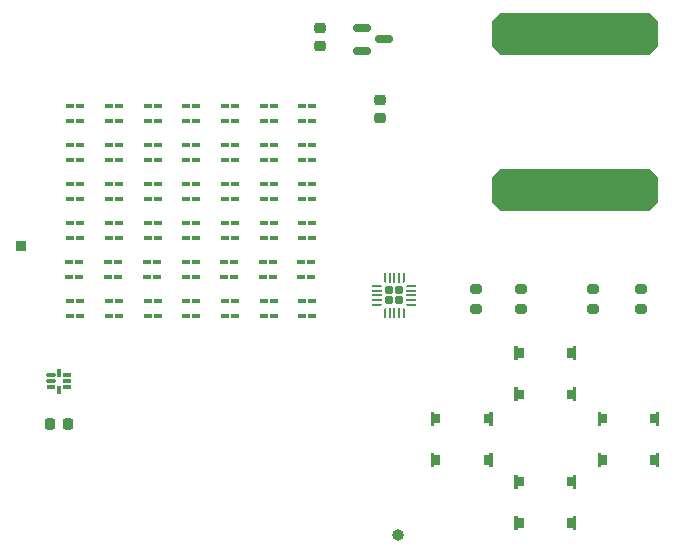
<source format=gbr>
%TF.GenerationSoftware,KiCad,Pcbnew,7.0.10*%
%TF.CreationDate,2024-03-13T20:43:01-04:00*%
%TF.ProjectId,Business Card,42757369-6e65-4737-9320-436172642e6b,rev?*%
%TF.SameCoordinates,Original*%
%TF.FileFunction,Paste,Top*%
%TF.FilePolarity,Positive*%
%FSLAX46Y46*%
G04 Gerber Fmt 4.6, Leading zero omitted, Abs format (unit mm)*
G04 Created by KiCad (PCBNEW 7.0.10) date 2024-03-13 20:43:01*
%MOMM*%
%LPD*%
G01*
G04 APERTURE LIST*
G04 Aperture macros list*
%AMRoundRect*
0 Rectangle with rounded corners*
0 $1 Rounding radius*
0 $2 $3 $4 $5 $6 $7 $8 $9 X,Y pos of 4 corners*
0 Add a 4 corners polygon primitive as box body*
4,1,4,$2,$3,$4,$5,$6,$7,$8,$9,$2,$3,0*
0 Add four circle primitives for the rounded corners*
1,1,$1+$1,$2,$3*
1,1,$1+$1,$4,$5*
1,1,$1+$1,$6,$7*
1,1,$1+$1,$8,$9*
0 Add four rect primitives between the rounded corners*
20,1,$1+$1,$2,$3,$4,$5,0*
20,1,$1+$1,$4,$5,$6,$7,0*
20,1,$1+$1,$6,$7,$8,$9,0*
20,1,$1+$1,$8,$9,$2,$3,0*%
%AMOutline5P*
0 Free polygon, 5 corners , with rotation*
0 The origin of the aperture is its center*
0 number of corners: always 5*
0 $1 to $10 corner X, Y*
0 $11 Rotation angle, in degrees counterclockwise*
0 create outline with 5 corners*
4,1,5,$1,$2,$3,$4,$5,$6,$7,$8,$9,$10,$1,$2,$11*%
%AMOutline6P*
0 Free polygon, 6 corners , with rotation*
0 The origin of the aperture is its center*
0 number of corners: always 6*
0 $1 to $12 corner X, Y*
0 $13 Rotation angle, in degrees counterclockwise*
0 create outline with 6 corners*
4,1,6,$1,$2,$3,$4,$5,$6,$7,$8,$9,$10,$11,$12,$1,$2,$13*%
%AMOutline7P*
0 Free polygon, 7 corners , with rotation*
0 The origin of the aperture is its center*
0 number of corners: always 7*
0 $1 to $14 corner X, Y*
0 $15 Rotation angle, in degrees counterclockwise*
0 create outline with 7 corners*
4,1,7,$1,$2,$3,$4,$5,$6,$7,$8,$9,$10,$11,$12,$13,$14,$1,$2,$15*%
%AMOutline8P*
0 Free polygon, 8 corners , with rotation*
0 The origin of the aperture is its center*
0 number of corners: always 8*
0 $1 to $16 corner X, Y*
0 $17 Rotation angle, in degrees counterclockwise*
0 create outline with 8 corners*
4,1,8,$1,$2,$3,$4,$5,$6,$7,$8,$9,$10,$11,$12,$13,$14,$15,$16,$1,$2,$17*%
%AMFreePoly0*
4,1,14,0.334644,0.085355,0.385355,0.034644,0.400000,-0.000711,0.400000,-0.050000,0.385355,-0.085355,0.350000,-0.100000,-0.350000,-0.100000,-0.385355,-0.085355,-0.400000,-0.050000,-0.400000,0.050000,-0.385355,0.085355,-0.350000,0.100000,0.299289,0.100000,0.334644,0.085355,0.334644,0.085355,$1*%
%AMFreePoly1*
4,1,14,0.385355,0.085355,0.400000,0.050000,0.400000,0.000711,0.385355,-0.034644,0.334644,-0.085355,0.299289,-0.100000,-0.350000,-0.100000,-0.385355,-0.085355,-0.400000,-0.050000,-0.400000,0.050000,-0.385355,0.085355,-0.350000,0.100000,0.350000,0.100000,0.385355,0.085355,0.385355,0.085355,$1*%
%AMFreePoly2*
4,1,14,0.085355,0.385355,0.100000,0.350000,0.100000,-0.350000,0.085355,-0.385355,0.050000,-0.400000,-0.050000,-0.400000,-0.085355,-0.385355,-0.100000,-0.350000,-0.100000,0.299289,-0.085355,0.334644,-0.034644,0.385355,0.000711,0.400000,0.050000,0.400000,0.085355,0.385355,0.085355,0.385355,$1*%
%AMFreePoly3*
4,1,14,0.034644,0.385355,0.085355,0.334644,0.100000,0.299289,0.100000,-0.350000,0.085355,-0.385355,0.050000,-0.400000,-0.050000,-0.400000,-0.085355,-0.385355,-0.100000,-0.350000,-0.100000,0.350000,-0.085355,0.385355,-0.050000,0.400000,-0.000711,0.400000,0.034644,0.385355,0.034644,0.385355,$1*%
%AMFreePoly4*
4,1,14,0.385355,0.085355,0.400000,0.050000,0.400000,-0.050000,0.385355,-0.085355,0.350000,-0.100000,-0.299289,-0.100000,-0.334644,-0.085355,-0.385355,-0.034644,-0.400000,0.000711,-0.400000,0.050000,-0.385355,0.085355,-0.350000,0.100000,0.350000,0.100000,0.385355,0.085355,0.385355,0.085355,$1*%
%AMFreePoly5*
4,1,14,0.385355,0.085355,0.400000,0.050000,0.400000,-0.050000,0.385355,-0.085355,0.350000,-0.100000,-0.350000,-0.100000,-0.385355,-0.085355,-0.400000,-0.050000,-0.400000,-0.000711,-0.385355,0.034644,-0.334644,0.085355,-0.299289,0.100000,0.350000,0.100000,0.385355,0.085355,0.385355,0.085355,$1*%
%AMFreePoly6*
4,1,14,0.085355,0.385355,0.100000,0.350000,0.100000,-0.299289,0.085355,-0.334644,0.034644,-0.385355,-0.000711,-0.400000,-0.050000,-0.400000,-0.085355,-0.385355,-0.100000,-0.350000,-0.100000,0.350000,-0.085355,0.385355,-0.050000,0.400000,0.050000,0.400000,0.085355,0.385355,0.085355,0.385355,$1*%
%AMFreePoly7*
4,1,14,0.085355,0.385355,0.100000,0.350000,0.100000,-0.350000,0.085355,-0.385355,0.050000,-0.400000,0.000711,-0.400000,-0.034644,-0.385355,-0.085355,-0.334644,-0.100000,-0.299289,-0.100000,0.350000,-0.085355,0.385355,-0.050000,0.400000,0.050000,0.400000,0.085355,0.385355,0.085355,0.385355,$1*%
G04 Aperture macros list end*
%ADD10C,0.010000*%
%ADD11RoundRect,0.013200X-0.341800X-0.096800X0.341800X-0.096800X0.341800X0.096800X-0.341800X0.096800X0*%
%ADD12RoundRect,0.013200X-0.336800X-0.096800X0.336800X-0.096800X0.336800X0.096800X-0.336800X0.096800X0*%
%ADD13RoundRect,0.013200X0.096800X-0.336800X0.096800X0.336800X-0.096800X0.336800X-0.096800X-0.336800X0*%
%ADD14RoundRect,0.013200X0.336800X0.096800X-0.336800X0.096800X-0.336800X-0.096800X0.336800X-0.096800X0*%
%ADD15RoundRect,0.013200X-0.096800X0.336800X-0.096800X-0.336800X0.096800X-0.336800X0.096800X0.336800X0*%
%ADD16R,0.650000X0.450000*%
%ADD17RoundRect,0.200000X0.275000X-0.200000X0.275000X0.200000X-0.275000X0.200000X-0.275000X-0.200000X0*%
%ADD18RoundRect,0.225000X0.250000X-0.225000X0.250000X0.225000X-0.250000X0.225000X-0.250000X-0.225000X0*%
%ADD19RoundRect,0.172500X0.172500X0.172500X-0.172500X0.172500X-0.172500X-0.172500X0.172500X-0.172500X0*%
%ADD20FreePoly0,180.000000*%
%ADD21RoundRect,0.050000X0.350000X0.050000X-0.350000X0.050000X-0.350000X-0.050000X0.350000X-0.050000X0*%
%ADD22FreePoly1,180.000000*%
%ADD23FreePoly2,180.000000*%
%ADD24RoundRect,0.050000X0.050000X0.350000X-0.050000X0.350000X-0.050000X-0.350000X0.050000X-0.350000X0*%
%ADD25FreePoly3,180.000000*%
%ADD26FreePoly4,180.000000*%
%ADD27FreePoly5,180.000000*%
%ADD28FreePoly6,180.000000*%
%ADD29FreePoly7,180.000000*%
%ADD30RoundRect,0.150000X-0.587500X-0.150000X0.587500X-0.150000X0.587500X0.150000X-0.587500X0.150000X0*%
%ADD31O,1.000000X1.000000*%
%ADD32RoundRect,0.225000X0.225000X0.250000X-0.225000X0.250000X-0.225000X-0.250000X0.225000X-0.250000X0*%
%ADD33Outline8P,-7.000000X1.050000X-6.300000X1.750000X6.300000X1.750000X7.000000X1.050000X7.000000X-1.050000X6.300000X-1.750000X-6.300000X-1.750000X-7.000000X-1.050000X0.000000*%
%ADD34RoundRect,0.225000X-0.250000X0.225000X-0.250000X-0.225000X0.250000X-0.225000X0.250000X0.225000X0*%
%ADD35R,0.808000X0.808000*%
G04 APERTURE END LIST*
%TO.C,S3*%
D10*
X158209000Y-110140000D02*
X158709000Y-110140000D01*
X158709000Y-110840000D01*
X158209000Y-110840000D01*
X158209000Y-111040000D01*
X158009000Y-111040000D01*
X158009000Y-109940000D01*
X158209000Y-109940000D01*
X158209000Y-110140000D01*
G36*
X158209000Y-110140000D02*
G01*
X158709000Y-110140000D01*
X158709000Y-110840000D01*
X158209000Y-110840000D01*
X158209000Y-111040000D01*
X158009000Y-111040000D01*
X158009000Y-109940000D01*
X158209000Y-109940000D01*
X158209000Y-110140000D01*
G37*
X158209000Y-113640000D02*
X158709000Y-113640000D01*
X158709000Y-114340000D01*
X158209000Y-114340000D01*
X158209000Y-114540000D01*
X158009000Y-114540000D01*
X158009000Y-113440000D01*
X158209000Y-113440000D01*
X158209000Y-113640000D01*
G36*
X158209000Y-113640000D02*
G01*
X158709000Y-113640000D01*
X158709000Y-114340000D01*
X158209000Y-114340000D01*
X158209000Y-114540000D01*
X158009000Y-114540000D01*
X158009000Y-113440000D01*
X158209000Y-113440000D01*
X158209000Y-113640000D01*
G37*
X163159000Y-111040000D02*
X162959000Y-111040000D01*
X162959000Y-110840000D01*
X162459000Y-110840000D01*
X162459000Y-110140000D01*
X162959000Y-110140000D01*
X162959000Y-109940000D01*
X163159000Y-109940000D01*
X163159000Y-111040000D01*
G36*
X163159000Y-111040000D02*
G01*
X162959000Y-111040000D01*
X162959000Y-110840000D01*
X162459000Y-110840000D01*
X162459000Y-110140000D01*
X162959000Y-110140000D01*
X162959000Y-109940000D01*
X163159000Y-109940000D01*
X163159000Y-111040000D01*
G37*
X163159000Y-114540000D02*
X162959000Y-114540000D01*
X162959000Y-114340000D01*
X162459000Y-114340000D01*
X162459000Y-113640000D01*
X162959000Y-113640000D01*
X162959000Y-113440000D01*
X163159000Y-113440000D01*
X163159000Y-114540000D01*
G36*
X163159000Y-114540000D02*
G01*
X162959000Y-114540000D01*
X162959000Y-114340000D01*
X162459000Y-114340000D01*
X162459000Y-113640000D01*
X162959000Y-113640000D01*
X162959000Y-113440000D01*
X163159000Y-113440000D01*
X163159000Y-114540000D01*
G37*
%TO.C,S2*%
X172321000Y-110140000D02*
X172821000Y-110140000D01*
X172821000Y-110840000D01*
X172321000Y-110840000D01*
X172321000Y-111040000D01*
X172121000Y-111040000D01*
X172121000Y-109940000D01*
X172321000Y-109940000D01*
X172321000Y-110140000D01*
G36*
X172321000Y-110140000D02*
G01*
X172821000Y-110140000D01*
X172821000Y-110840000D01*
X172321000Y-110840000D01*
X172321000Y-111040000D01*
X172121000Y-111040000D01*
X172121000Y-109940000D01*
X172321000Y-109940000D01*
X172321000Y-110140000D01*
G37*
X172321000Y-113640000D02*
X172821000Y-113640000D01*
X172821000Y-114340000D01*
X172321000Y-114340000D01*
X172321000Y-114540000D01*
X172121000Y-114540000D01*
X172121000Y-113440000D01*
X172321000Y-113440000D01*
X172321000Y-113640000D01*
G36*
X172321000Y-113640000D02*
G01*
X172821000Y-113640000D01*
X172821000Y-114340000D01*
X172321000Y-114340000D01*
X172321000Y-114540000D01*
X172121000Y-114540000D01*
X172121000Y-113440000D01*
X172321000Y-113440000D01*
X172321000Y-113640000D01*
G37*
X177271000Y-111040000D02*
X177071000Y-111040000D01*
X177071000Y-110840000D01*
X176571000Y-110840000D01*
X176571000Y-110140000D01*
X177071000Y-110140000D01*
X177071000Y-109940000D01*
X177271000Y-109940000D01*
X177271000Y-111040000D01*
G36*
X177271000Y-111040000D02*
G01*
X177071000Y-111040000D01*
X177071000Y-110840000D01*
X176571000Y-110840000D01*
X176571000Y-110140000D01*
X177071000Y-110140000D01*
X177071000Y-109940000D01*
X177271000Y-109940000D01*
X177271000Y-111040000D01*
G37*
X177271000Y-114540000D02*
X177071000Y-114540000D01*
X177071000Y-114340000D01*
X176571000Y-114340000D01*
X176571000Y-113640000D01*
X177071000Y-113640000D01*
X177071000Y-113440000D01*
X177271000Y-113440000D01*
X177271000Y-114540000D01*
G36*
X177271000Y-114540000D02*
G01*
X177071000Y-114540000D01*
X177071000Y-114340000D01*
X176571000Y-114340000D01*
X176571000Y-113640000D01*
X177071000Y-113640000D01*
X177071000Y-113440000D01*
X177271000Y-113440000D01*
X177271000Y-114540000D01*
G37*
%TO.C,S4*%
X165265000Y-115474000D02*
X165765000Y-115474000D01*
X165765000Y-116174000D01*
X165265000Y-116174000D01*
X165265000Y-116374000D01*
X165065000Y-116374000D01*
X165065000Y-115274000D01*
X165265000Y-115274000D01*
X165265000Y-115474000D01*
G36*
X165265000Y-115474000D02*
G01*
X165765000Y-115474000D01*
X165765000Y-116174000D01*
X165265000Y-116174000D01*
X165265000Y-116374000D01*
X165065000Y-116374000D01*
X165065000Y-115274000D01*
X165265000Y-115274000D01*
X165265000Y-115474000D01*
G37*
X165265000Y-118974000D02*
X165765000Y-118974000D01*
X165765000Y-119674000D01*
X165265000Y-119674000D01*
X165265000Y-119874000D01*
X165065000Y-119874000D01*
X165065000Y-118774000D01*
X165265000Y-118774000D01*
X165265000Y-118974000D01*
G36*
X165265000Y-118974000D02*
G01*
X165765000Y-118974000D01*
X165765000Y-119674000D01*
X165265000Y-119674000D01*
X165265000Y-119874000D01*
X165065000Y-119874000D01*
X165065000Y-118774000D01*
X165265000Y-118774000D01*
X165265000Y-118974000D01*
G37*
X170215000Y-116374000D02*
X170015000Y-116374000D01*
X170015000Y-116174000D01*
X169515000Y-116174000D01*
X169515000Y-115474000D01*
X170015000Y-115474000D01*
X170015000Y-115274000D01*
X170215000Y-115274000D01*
X170215000Y-116374000D01*
G36*
X170215000Y-116374000D02*
G01*
X170015000Y-116374000D01*
X170015000Y-116174000D01*
X169515000Y-116174000D01*
X169515000Y-115474000D01*
X170015000Y-115474000D01*
X170015000Y-115274000D01*
X170215000Y-115274000D01*
X170215000Y-116374000D01*
G37*
X170215000Y-119874000D02*
X170015000Y-119874000D01*
X170015000Y-119674000D01*
X169515000Y-119674000D01*
X169515000Y-118974000D01*
X170015000Y-118974000D01*
X170015000Y-118774000D01*
X170215000Y-118774000D01*
X170215000Y-119874000D01*
G36*
X170215000Y-119874000D02*
G01*
X170015000Y-119874000D01*
X170015000Y-119674000D01*
X169515000Y-119674000D01*
X169515000Y-118974000D01*
X170015000Y-118974000D01*
X170015000Y-118774000D01*
X170215000Y-118774000D01*
X170215000Y-119874000D01*
G37*
%TO.C,S1*%
X165265000Y-104580000D02*
X165765000Y-104580000D01*
X165765000Y-105280000D01*
X165265000Y-105280000D01*
X165265000Y-105480000D01*
X165065000Y-105480000D01*
X165065000Y-104380000D01*
X165265000Y-104380000D01*
X165265000Y-104580000D01*
G36*
X165265000Y-104580000D02*
G01*
X165765000Y-104580000D01*
X165765000Y-105280000D01*
X165265000Y-105280000D01*
X165265000Y-105480000D01*
X165065000Y-105480000D01*
X165065000Y-104380000D01*
X165265000Y-104380000D01*
X165265000Y-104580000D01*
G37*
X165265000Y-108080000D02*
X165765000Y-108080000D01*
X165765000Y-108780000D01*
X165265000Y-108780000D01*
X165265000Y-108980000D01*
X165065000Y-108980000D01*
X165065000Y-107880000D01*
X165265000Y-107880000D01*
X165265000Y-108080000D01*
G36*
X165265000Y-108080000D02*
G01*
X165765000Y-108080000D01*
X165765000Y-108780000D01*
X165265000Y-108780000D01*
X165265000Y-108980000D01*
X165065000Y-108980000D01*
X165065000Y-107880000D01*
X165265000Y-107880000D01*
X165265000Y-108080000D01*
G37*
X170215000Y-105480000D02*
X170015000Y-105480000D01*
X170015000Y-105280000D01*
X169515000Y-105280000D01*
X169515000Y-104580000D01*
X170015000Y-104580000D01*
X170015000Y-104380000D01*
X170215000Y-104380000D01*
X170215000Y-105480000D01*
G36*
X170215000Y-105480000D02*
G01*
X170015000Y-105480000D01*
X170015000Y-105280000D01*
X169515000Y-105280000D01*
X169515000Y-104580000D01*
X170015000Y-104580000D01*
X170015000Y-104380000D01*
X170215000Y-104380000D01*
X170215000Y-105480000D01*
G37*
X170215000Y-108980000D02*
X170015000Y-108980000D01*
X170015000Y-108780000D01*
X169515000Y-108780000D01*
X169515000Y-108080000D01*
X170015000Y-108080000D01*
X170015000Y-107880000D01*
X170215000Y-107880000D01*
X170215000Y-108980000D01*
G36*
X170215000Y-108980000D02*
G01*
X170015000Y-108980000D01*
X170015000Y-108780000D01*
X169515000Y-108780000D01*
X169515000Y-108080000D01*
X170015000Y-108080000D01*
X170015000Y-107880000D01*
X170215000Y-107880000D01*
X170215000Y-108980000D01*
G37*
%TD*%
D11*
%TO.C,U2*%
X125805000Y-106875000D03*
X125805000Y-107375000D03*
D12*
X125805000Y-107875000D03*
D13*
X126500000Y-108070000D03*
D14*
X127195000Y-107875000D03*
X127195000Y-107375000D03*
X127195000Y-106875000D03*
D15*
X126500000Y-106680000D03*
%TD*%
D16*
%TO.C,D18*%
X138156000Y-90678000D03*
X138156000Y-91928000D03*
X137306000Y-90678000D03*
X137306000Y-91928000D03*
%TD*%
%TO.C,D37*%
X144718000Y-100584000D03*
X144718000Y-101834000D03*
X143868000Y-100584000D03*
X143868000Y-101834000D03*
%TD*%
%TO.C,D25*%
X138156000Y-93980000D03*
X138156000Y-95230000D03*
X137306000Y-93980000D03*
X137306000Y-95230000D03*
%TD*%
%TO.C,D34*%
X131536000Y-97282000D03*
X131536000Y-98532000D03*
X130686000Y-97282000D03*
X130686000Y-98532000D03*
%TD*%
D17*
%TO.C,R4*%
X171704000Y-101218000D03*
X171704000Y-99568000D03*
%TD*%
D16*
%TO.C,D42*%
X128270000Y-100556000D03*
X128270000Y-101806000D03*
X127420000Y-100556000D03*
X127420000Y-101806000D03*
%TD*%
%TO.C,D22*%
X147916000Y-93980000D03*
X147916000Y-95230000D03*
X147066000Y-93980000D03*
X147066000Y-95230000D03*
%TD*%
%TO.C,D8*%
X147916000Y-87376000D03*
X147916000Y-88626000D03*
X147066000Y-87376000D03*
X147066000Y-88626000D03*
%TD*%
%TO.C,D19*%
X134874000Y-90678000D03*
X134874000Y-91928000D03*
X134024000Y-90678000D03*
X134024000Y-91928000D03*
%TD*%
%TO.C,D13*%
X131578000Y-87376000D03*
X131578000Y-88626000D03*
X130728000Y-87376000D03*
X130728000Y-88626000D03*
%TD*%
D18*
%TO.C,C2*%
X153670000Y-85116000D03*
X153670000Y-83566000D03*
%TD*%
D16*
%TO.C,D33*%
X134832000Y-97282000D03*
X134832000Y-98532000D03*
X133982000Y-97282000D03*
X133982000Y-98532000D03*
%TD*%
%TO.C,D41*%
X131578000Y-100584000D03*
X131578000Y-101834000D03*
X130728000Y-100584000D03*
X130728000Y-101834000D03*
%TD*%
%TO.C,D21*%
X128270000Y-90650000D03*
X128270000Y-91900000D03*
X127420000Y-90650000D03*
X127420000Y-91900000D03*
%TD*%
%TO.C,D15*%
X147916000Y-90678000D03*
X147916000Y-91928000D03*
X147066000Y-90678000D03*
X147066000Y-91928000D03*
%TD*%
%TO.C,D3*%
X141416000Y-84094000D03*
X141416000Y-85344000D03*
X140566000Y-84094000D03*
X140566000Y-85344000D03*
%TD*%
D19*
%TO.C,U1*%
X155326800Y-100524200D03*
X155326800Y-99674200D03*
X154476800Y-100524200D03*
X154476800Y-99674200D03*
D20*
X156351800Y-100899200D03*
D21*
X156351800Y-100499200D03*
X156351800Y-100099200D03*
X156351800Y-99699200D03*
D22*
X156351800Y-99299200D03*
D23*
X155701800Y-98649200D03*
D24*
X155301800Y-98649200D03*
X154901800Y-98649200D03*
X154501800Y-98649200D03*
D25*
X154101800Y-98649200D03*
D26*
X153451800Y-99299200D03*
D21*
X153451800Y-99699200D03*
X153451800Y-100099200D03*
X153451800Y-100499200D03*
D27*
X153451800Y-100899200D03*
D28*
X154101800Y-101549200D03*
D24*
X154501800Y-101549200D03*
X154901800Y-101549200D03*
X155301800Y-101549200D03*
D29*
X155701800Y-101549200D03*
%TD*%
D16*
%TO.C,D39*%
X138156000Y-100584000D03*
X138156000Y-101834000D03*
X137306000Y-100584000D03*
X137306000Y-101834000D03*
%TD*%
D30*
%TO.C,Q1*%
X152146000Y-77470000D03*
X152146000Y-79370000D03*
X154021000Y-78420000D03*
%TD*%
D16*
%TO.C,D31*%
X141374000Y-97302000D03*
X141374000Y-98552000D03*
X140524000Y-97302000D03*
X140524000Y-98552000D03*
%TD*%
%TO.C,D7*%
X128270000Y-84074000D03*
X128270000Y-85324000D03*
X127420000Y-84074000D03*
X127420000Y-85324000D03*
%TD*%
%TO.C,D11*%
X138156000Y-87376000D03*
X138156000Y-88626000D03*
X137306000Y-87376000D03*
X137306000Y-88626000D03*
%TD*%
D31*
%TO.C,J1*%
X155214000Y-120376000D03*
%TD*%
D16*
%TO.C,D17*%
X141416000Y-90698000D03*
X141416000Y-91948000D03*
X140566000Y-90698000D03*
X140566000Y-91948000D03*
%TD*%
%TO.C,D10*%
X141416000Y-87396000D03*
X141416000Y-88646000D03*
X140566000Y-87396000D03*
X140566000Y-88646000D03*
%TD*%
%TO.C,D40*%
X134874000Y-100584000D03*
X134874000Y-101834000D03*
X134024000Y-100584000D03*
X134024000Y-101834000D03*
%TD*%
D17*
%TO.C,R3*%
X161798000Y-101218000D03*
X161798000Y-99568000D03*
%TD*%
D16*
%TO.C,D30*%
X144676000Y-97282000D03*
X144676000Y-98532000D03*
X143826000Y-97282000D03*
X143826000Y-98532000D03*
%TD*%
%TO.C,D23*%
X144718000Y-93980000D03*
X144718000Y-95230000D03*
X143868000Y-93980000D03*
X143868000Y-95230000D03*
%TD*%
%TO.C,D20*%
X131578000Y-90678000D03*
X131578000Y-91928000D03*
X130728000Y-90678000D03*
X130728000Y-91928000D03*
%TD*%
%TO.C,D6*%
X131578000Y-84074000D03*
X131578000Y-85324000D03*
X130728000Y-84074000D03*
X130728000Y-85324000D03*
%TD*%
D17*
%TO.C,R1*%
X165608000Y-101218000D03*
X165608000Y-99568000D03*
%TD*%
D16*
%TO.C,D35*%
X128228000Y-97254000D03*
X128228000Y-98504000D03*
X127378000Y-97254000D03*
X127378000Y-98504000D03*
%TD*%
%TO.C,D24*%
X141416000Y-94000000D03*
X141416000Y-95250000D03*
X140566000Y-94000000D03*
X140566000Y-95250000D03*
%TD*%
%TO.C,D9*%
X144718000Y-87376000D03*
X144718000Y-88626000D03*
X143868000Y-87376000D03*
X143868000Y-88626000D03*
%TD*%
%TO.C,D28*%
X128270000Y-93952000D03*
X128270000Y-95202000D03*
X127420000Y-93952000D03*
X127420000Y-95202000D03*
%TD*%
%TO.C,D12*%
X134874000Y-87376000D03*
X134874000Y-88626000D03*
X134024000Y-87376000D03*
X134024000Y-88626000D03*
%TD*%
D17*
%TO.C,R2*%
X175768000Y-101218000D03*
X175768000Y-99568000D03*
%TD*%
D16*
%TO.C,D4*%
X138156000Y-84074000D03*
X138156000Y-85324000D03*
X137306000Y-84074000D03*
X137306000Y-85324000D03*
%TD*%
%TO.C,D26*%
X134874000Y-93980000D03*
X134874000Y-95230000D03*
X134024000Y-93980000D03*
X134024000Y-95230000D03*
%TD*%
%TO.C,D32*%
X138114000Y-97282000D03*
X138114000Y-98532000D03*
X137264000Y-97282000D03*
X137264000Y-98532000D03*
%TD*%
%TO.C,D38*%
X141416000Y-100604000D03*
X141416000Y-101854000D03*
X140566000Y-100604000D03*
X140566000Y-101854000D03*
%TD*%
D32*
%TO.C,C3*%
X127267000Y-110998000D03*
X125717000Y-110998000D03*
%TD*%
D16*
%TO.C,D5*%
X134874000Y-84074000D03*
X134874000Y-85324000D03*
X134024000Y-84074000D03*
X134024000Y-85324000D03*
%TD*%
%TO.C,D36*%
X147916000Y-100584000D03*
X147916000Y-101834000D03*
X147066000Y-100584000D03*
X147066000Y-101834000D03*
%TD*%
%TO.C,D16*%
X144718000Y-90678000D03*
X144718000Y-91928000D03*
X143868000Y-90678000D03*
X143868000Y-91928000D03*
%TD*%
%TO.C,D29*%
X147874000Y-97282000D03*
X147874000Y-98532000D03*
X147024000Y-97282000D03*
X147024000Y-98532000D03*
%TD*%
%TO.C,D14*%
X128270000Y-87348000D03*
X128270000Y-88598000D03*
X127420000Y-87348000D03*
X127420000Y-88598000D03*
%TD*%
%TO.C,D2*%
X144718000Y-84074000D03*
X144718000Y-85324000D03*
X143868000Y-84074000D03*
X143868000Y-85324000D03*
%TD*%
D33*
%TO.C,BT1*%
X170180000Y-77978000D03*
X170180000Y-91208000D03*
%TD*%
D16*
%TO.C,D1*%
X147916000Y-84074000D03*
X147916000Y-85324000D03*
X147066000Y-84074000D03*
X147066000Y-85324000D03*
%TD*%
D34*
%TO.C,C1*%
X148590000Y-77470000D03*
X148590000Y-79020000D03*
%TD*%
D16*
%TO.C,D27*%
X131578000Y-93980000D03*
X131578000Y-95230000D03*
X130728000Y-93980000D03*
X130728000Y-95230000D03*
%TD*%
D35*
%TO.C,ANT1*%
X123285000Y-95900000D03*
%TD*%
M02*

</source>
